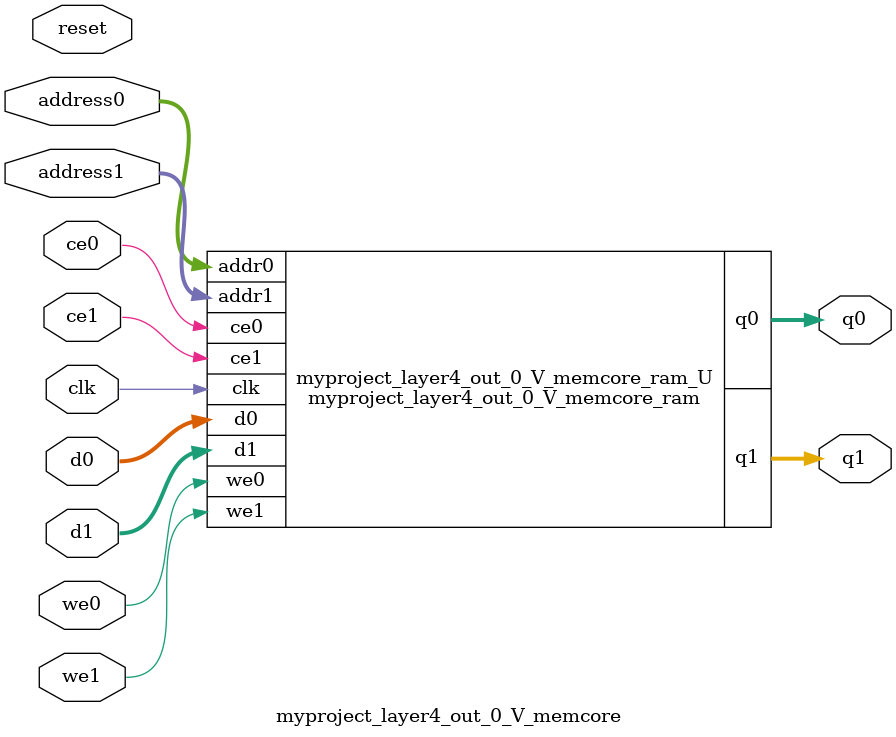
<source format=v>

`timescale 1 ns / 1 ps
module myproject_layer4_out_0_V_memcore_ram (addr0, ce0, d0, we0, q0, addr1, ce1, d1, we1, q1,  clk);

parameter DWIDTH = 16;
parameter AWIDTH = 11;
parameter MEM_SIZE = 1408;

input[AWIDTH-1:0] addr0;
input ce0;
input[DWIDTH-1:0] d0;
input we0;
output reg[DWIDTH-1:0] q0;
input[AWIDTH-1:0] addr1;
input ce1;
input[DWIDTH-1:0] d1;
input we1;
output reg[DWIDTH-1:0] q1;
input clk;

(* ram_style = "block" *)reg [DWIDTH-1:0] ram[0:MEM_SIZE-1];




always @(posedge clk)  
begin 
    if (ce0) 
    begin
        if (we0) 
        begin 
            ram[addr0] <= d0; 
            q0 <= d0;
        end 
        else 
            q0 <= ram[addr0];
    end
end


always @(posedge clk)  
begin 
    if (ce1) 
    begin
        if (we1) 
        begin 
            ram[addr1] <= d1; 
            q1 <= d1;
        end 
        else 
            q1 <= ram[addr1];
    end
end


endmodule


`timescale 1 ns / 1 ps
module myproject_layer4_out_0_V_memcore(
    reset,
    clk,
    address0,
    ce0,
    we0,
    d0,
    q0,
    address1,
    ce1,
    we1,
    d1,
    q1);

parameter DataWidth = 32'd16;
parameter AddressRange = 32'd1408;
parameter AddressWidth = 32'd11;
input reset;
input clk;
input[AddressWidth - 1:0] address0;
input ce0;
input we0;
input[DataWidth - 1:0] d0;
output[DataWidth - 1:0] q0;
input[AddressWidth - 1:0] address1;
input ce1;
input we1;
input[DataWidth - 1:0] d1;
output[DataWidth - 1:0] q1;



myproject_layer4_out_0_V_memcore_ram myproject_layer4_out_0_V_memcore_ram_U(
    .clk( clk ),
    .addr0( address0 ),
    .ce0( ce0 ),
    .we0( we0 ),
    .d0( d0 ),
    .q0( q0 ),
    .addr1( address1 ),
    .ce1( ce1 ),
    .we1( we1 ),
    .d1( d1 ),
    .q1( q1 ));

endmodule


</source>
